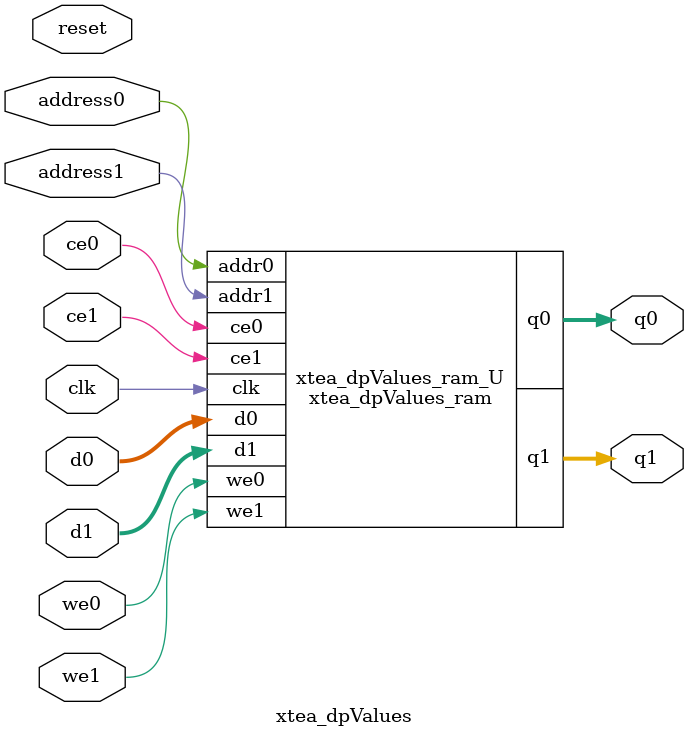
<source format=v>

`timescale 1 ns / 1 ps
module xtea_dpValues_ram (addr0, ce0, d0, we0, q0, addr1, ce1, d1, we1, q1,  clk);

parameter DWIDTH = 32;
parameter AWIDTH = 1;
parameter MEM_SIZE = 2;

input[AWIDTH-1:0] addr0;
input ce0;
input[DWIDTH-1:0] d0;
input we0;
output reg[DWIDTH-1:0] q0;
input[AWIDTH-1:0] addr1;
input ce1;
input[DWIDTH-1:0] d1;
input we1;
output reg[DWIDTH-1:0] q1;
input clk;

(* ram_style = "block" *)reg [DWIDTH-1:0] ram[0:MEM_SIZE-1];




always @(posedge clk)  
begin 
    if (ce0) 
    begin
        if (we0) 
        begin 
            ram[addr0] <= d0; 
            q0 <= d0;
        end 
        else 
            q0 <= ram[addr0];
    end
end


always @(posedge clk)  
begin 
    if (ce1) 
    begin
        if (we1) 
        begin 
            ram[addr1] <= d1; 
            q1 <= d1;
        end 
        else 
            q1 <= ram[addr1];
    end
end


endmodule


`timescale 1 ns / 1 ps
module xtea_dpValues(
    reset,
    clk,
    address0,
    ce0,
    we0,
    d0,
    q0,
    address1,
    ce1,
    we1,
    d1,
    q1);

parameter DataWidth = 32'd32;
parameter AddressRange = 32'd2;
parameter AddressWidth = 32'd1;
input reset;
input clk;
input[AddressWidth - 1:0] address0;
input ce0;
input we0;
input[DataWidth - 1:0] d0;
output[DataWidth - 1:0] q0;
input[AddressWidth - 1:0] address1;
input ce1;
input we1;
input[DataWidth - 1:0] d1;
output[DataWidth - 1:0] q1;



xtea_dpValues_ram xtea_dpValues_ram_U(
    .clk( clk ),
    .addr0( address0 ),
    .ce0( ce0 ),
    .we0( we0 ),
    .d0( d0 ),
    .q0( q0 ),
    .addr1( address1 ),
    .ce1( ce1 ),
    .we1( we1 ),
    .d1( d1 ),
    .q1( q1 ));

endmodule


</source>
